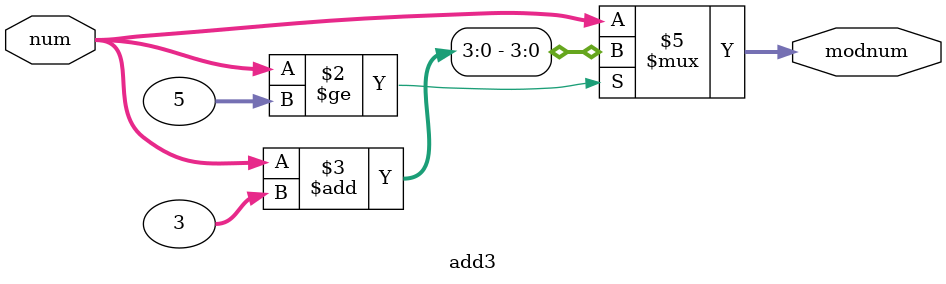
<source format=sv>
`timescale 1ns / 1ps


module add3(
    input logic [3:0] num,
    output logic[3:0] modnum
    );
    
    always_comb
        if(num>=5)
            modnum = num+3;
        else
            modnum = num;
endmodule

</source>
